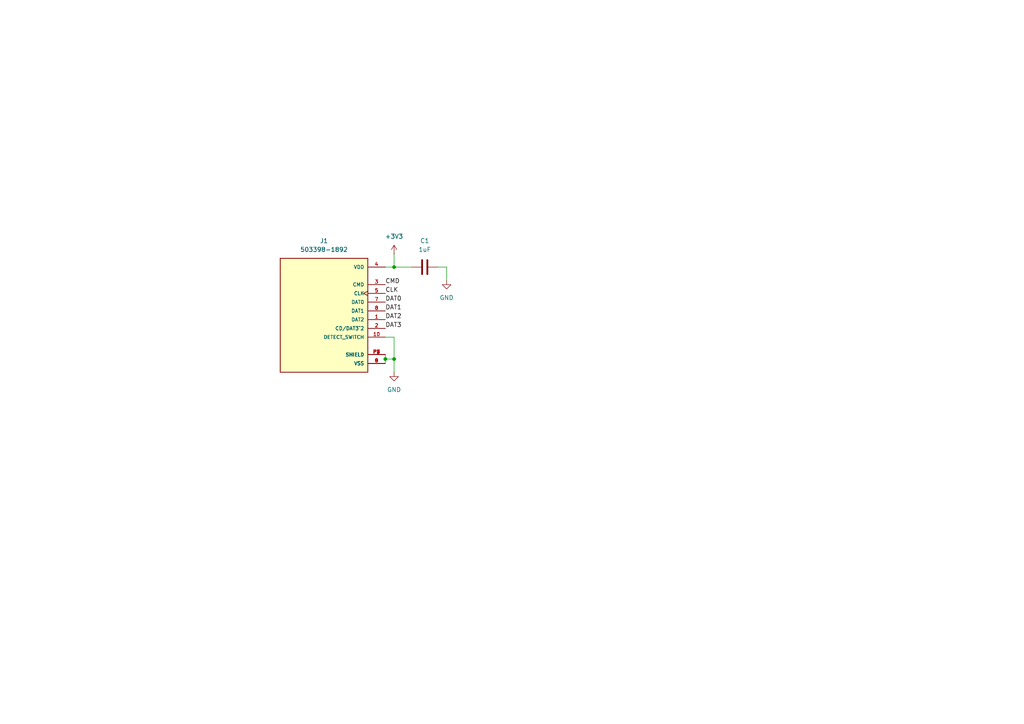
<source format=kicad_sch>
(kicad_sch (version 20231120) (generator "eeschema") (generator_version "8.0")
  (paper "A4")
  (lib_symbols
    (symbol "Device:C" (pin_numbers hide) (pin_names (offset 0.254))
      (property "Reference" "C" (at 0.635 2.54 0))
      (property "Value" "C" (at 0.635 -2.54 0))
      (symbol "C_0_1"
        (polyline (pts (xy -2.032 -0.762) (xy 2.032 -0.762)) (stroke (width 0.508)))
        (polyline (pts (xy -2.032 0.762) (xy 2.032 0.762)) (stroke (width 0.508)))
      )
      (symbol "C_1_1"
        (pin passive line (at 0 3.81 270) (length 2.794) (name "~") (number "1"))
        (pin passive line (at 0 -3.81 90) (length 2.794) (name "~") (number "2"))
      )
    )
    (symbol "mlcflex:503398-1892" (pin_names (offset 1.016))
      (property "Reference" "J" (at -12.7217 15.266 0))
      (property "Value" "503398-1892" (at -12.704 -17.7856 0))
      (symbol "503398-1892_0_0"
        (rectangle (start -12.7 15.24) (end 12.7 -17.78) (stroke (width 0.254)) (fill (type background)))
        (pin passive line (at 17.78 -2.54 180) (length 5.08) (name "DAT2") (number "1"))
        (pin passive line (at 17.78 -7.62 180) (length 5.08) (name "DETECT_SWITCH") (number "10"))
        (pin passive line (at 17.78 -5.08 180) (length 5.08) (name "CD/DAT3^2") (number "2"))
        (pin passive line (at 17.78 7.62 180) (length 5.08) (name "CMD") (number "3"))
        (pin power_in line (at 17.78 12.7 180) (length 5.08) (name "VDD") (number "4"))
        (pin passive clock (at 17.78 5.08 180) (length 5.08) (name "CLK") (number "5"))
        (pin power_in line (at 17.78 -15.24 180) (length 5.08) (name "VSS") (number "6"))
        (pin passive line (at 17.78 2.54 180) (length 5.08) (name "DAT0") (number "7"))
        (pin passive line (at 17.78 0 180) (length 5.08) (name "DAT1") (number "8"))
        (pin power_in line (at 17.78 -15.24 180) (length 5.08) (name "VSS") (number "9"))
        (pin passive line (at 17.78 -12.7 180) (length 5.08) (name "SHIELD") (number "P1"))
        (pin passive line (at 17.78 -12.7 180) (length 5.08) (name "SHIELD") (number "P2"))
        (pin passive line (at 17.78 -12.7 180) (length 5.08) (name "SHIELD") (number "P3"))
        (pin passive line (at 17.78 -12.7 180) (length 5.08) (name "SHIELD") (number "P4"))
      )
    )
    (symbol "power:+3V3" (power) (pin_numbers hide) (pin_names (offset 0) hide)
      (property "Value" "+3V3" (at 0 3.556 0))
      (symbol "+3V3_0_1"
        (polyline (pts (xy -0.762 1.27) (xy 0 2.54)))
        (polyline (pts (xy 0 0) (xy 0 2.54)))
        (polyline (pts (xy 0 2.54) (xy 0.762 1.27)))
      )
      (symbol "+3V3_1_1"
        (pin power_in line (at 0 0 90) (length 0) (name "~") (number "1"))
      )
    )
    (symbol "power:GND" (power) (pin_numbers hide) (pin_names (offset 0) hide)
      (property "Value" "GND" (at 0 -3.81 0))
      (symbol "GND_0_1"
        (polyline (pts (xy 0 0) (xy 0 -1.27) (xy 1.27 -1.27) (xy 0 -2.54) (xy -1.27 -1.27) (xy 0 -1.27)))
      )
      (symbol "GND_1_1"
        (pin power_in line (at 0 0 270) (length 0) (name "~") (number "1"))
      )
    )
  )
  (junction (at 114.3 77.47))
  (junction (at 111.76 104.14))
  (junction (at 114.3 104.14))
  (wire (pts (xy 114.3 77.47) (xy 119.38 77.47)))
  (wire (pts (xy 114.3 77.47) (xy 114.3 73.66)))
  (wire (pts (xy 114.3 97.79) (xy 114.3 104.14)))
  (wire (pts (xy 129.54 77.47) (xy 129.54 81.28)))
  (wire (pts (xy 111.76 102.87) (xy 111.76 104.14)))
  (wire (pts (xy 111.76 104.14) (xy 114.3 104.14)))
  (wire (pts (xy 114.3 104.14) (xy 114.3 107.95)))
  (wire (pts (xy 111.76 104.14) (xy 111.76 105.41)))
  (wire (pts (xy 127 77.47) (xy 129.54 77.47)))
  (wire (pts (xy 111.76 97.79) (xy 114.3 97.79)))
  (wire (pts (xy 111.76 77.47) (xy 114.3 77.47)))
  (label "DAT2" (at 111.76 92.71 0))
  (label "DAT3" (at 111.76 95.25 0))
  (label "DAT0" (at 111.76 87.63 0))
  (label "DAT1" (at 111.76 90.17 0))
  (label "CLK" (at 111.76 85.09 0))
  (label "CMD" (at 111.76 82.55 0))
  (symbol (lib_id "power:+3V3") (at 114.3 73.66 0) (unit 1)
    (property "Reference" "#PWR02" (effects (hide yes)))
    (property "Value" "+3V3" (at 114.3 68.58 0))
    (property "Description" "Power symbol creates a global label with name \"+3V3\"" (effects (hide yes)))
  )
  (symbol (lib_id "power:GND") (at 114.3 107.95 0) (unit 1)
    (property "Reference" "#PWR01" (effects (hide yes)))
    (property "Value" "GND" (at 114.3 113.03 0))
    (property "Description" "Power symbol creates a global label with name \"GND\" , ground" (effects (hide yes)))
  )
  (symbol (lib_id "mlcflex:503398-1892") (at 93.98 90.17 0) (unit 1)
    (property "Reference" "J1" (at 93.98 69.85 0))
    (property "Value" "503398-1892" (at 93.98 72.39 0))
    (property "Footprint" "mlcflex:MOLEX_503398-1892" (effects (hide yes)))
    (property "MP" "503398-1892" (effects (hide yes)))
  )
  (symbol (lib_id "power:GND") (at 129.54 81.28 0) (unit 1)
    (property "Reference" "#PWR03" (effects (hide yes)))
    (property "Value" "GND" (at 129.54 86.36 0))
    (property "Description" "Power symbol creates a global label with name \"GND\" , ground" (effects (hide yes)))
  )
  (symbol (lib_id "Device:C") (at 123.19 77.47 90) (unit 1)
    (property "Reference" "C1" (at 123.19 69.85 90))
    (property "Value" "1uF" (at 123.19 72.39 90))
    (property "Footprint" "Capacitor_SMD:C_0402_1005Metric" (effects (hide yes)))
    (property "Description" "Unpolarized capacitor" (effects (hide yes)))
  )
)
</source>
